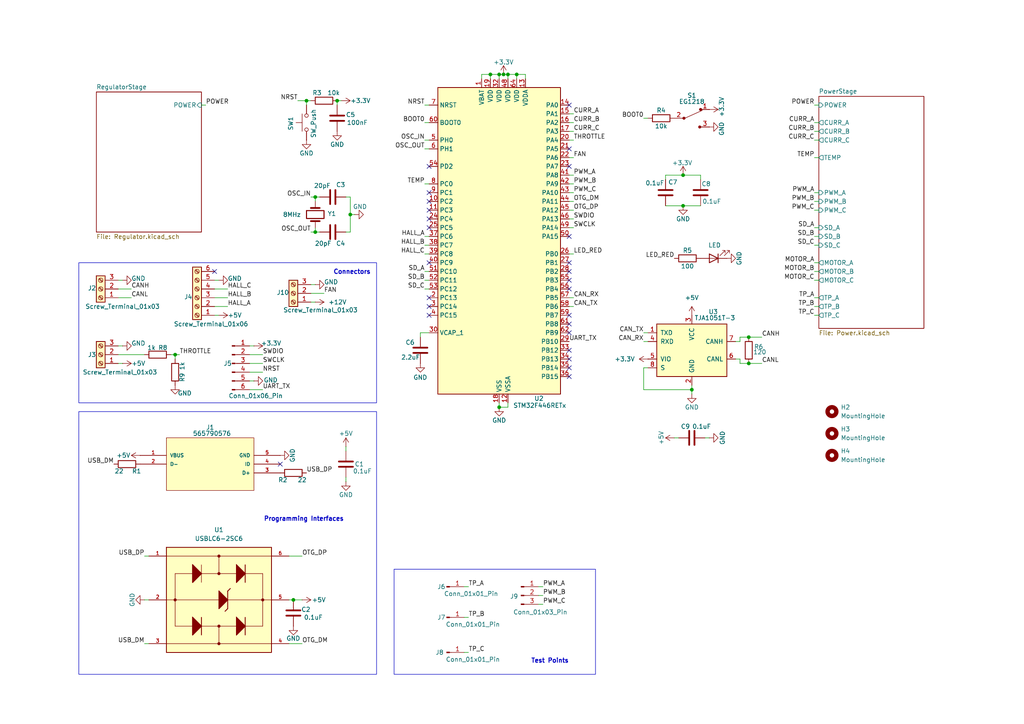
<source format=kicad_sch>
(kicad_sch (version 20231120) (generator "eeschema") (generator_version "8.0")
  (paper "A4")
  (title_block (title "BLDC Motor Driver") (date "2025-02-20") (rev "1"))
  (lib_symbols
    (symbol "565790576:565790576" (pin_names (offset 1.016))
      (property "Reference" "J" (at 15.5956 9.1186 0))
      (property "Value" "565790576" (at 14.9606 6.5786 0))
      (symbol "565790576_0_0"
        (pin power_in line (at 0 0 0) (length 7.62) (name "VBUS") (number "1"))
        (pin bidirectional line (at 0 -2.54 0) (length 7.62) (name "D-") (number "2"))
        (pin bidirectional line (at 40.64 -5.08 180) (length 7.62) (name "D+") (number "3"))
        (pin bidirectional line (at 40.64 -2.54 180) (length 7.62) (name "ID") (number "4"))
        (pin passive line (at 40.64 0 180) (length 7.62) (name "GND") (number "5"))
      )
    )
    (symbol "Connector:Conn_01x01_Pin" (pin_names (offset 1.016) hide)
      (property "Reference" "J" (at 0 2.54 0))
      (property "Value" "Conn_01x01_Pin" (at 0 -2.54 0))
      (symbol "Conn_01x01_Pin_1_1"
        (pin passive line (at 5.08 0 180) (length 3.81) (name "Pin_1") (number "1"))
      )
    )
    (symbol "Connector:Conn_01x03_Pin" (pin_names (offset 1.016) hide)
      (property "Reference" "J" (at 0 5.08 0))
      (property "Value" "Conn_01x03_Pin" (at 0 -5.08 0))
      (symbol "Conn_01x03_Pin_1_1"
        (pin passive line (at 5.08 2.54 180) (length 3.81) (name "Pin_1") (number "1"))
        (pin passive line (at 5.08 0 180) (length 3.81) (name "Pin_2") (number "2"))
        (pin passive line (at 5.08 -2.54 180) (length 3.81) (name "Pin_3") (number "3"))
      )
    )
    (symbol "Connector:Conn_01x06_Pin" (pin_names (offset 1.016) hide)
      (property "Reference" "J" (at 0 7.62 0))
      (property "Value" "Conn_01x06_Pin" (at 0 -10.16 0))
      (symbol "Conn_01x06_Pin_1_1"
        (pin passive line (at 5.08 5.08 180) (length 3.81) (name "Pin_1") (number "1"))
        (pin passive line (at 5.08 2.54 180) (length 3.81) (name "Pin_2") (number "2"))
        (pin passive line (at 5.08 0 180) (length 3.81) (name "Pin_3") (number "3"))
        (pin passive line (at 5.08 -2.54 180) (length 3.81) (name "Pin_4") (number "4"))
        (pin passive line (at 5.08 -5.08 180) (length 3.81) (name "Pin_5") (number "5"))
        (pin passive line (at 5.08 -7.62 180) (length 3.81) (name "Pin_6") (number "6"))
      )
    )
    (symbol "Connector:Screw_Terminal_01x03" (pin_names (offset 1.016) hide)
      (property "Reference" "J" (at 0 5.08 0))
      (property "Value" "Screw_Terminal_01x03" (at 0 -5.08 0))
      (symbol "Screw_Terminal_01x03_1_1"
        (pin passive line (at -5.08 2.54 0) (length 3.81) (name "Pin_1") (number "1"))
        (pin passive line (at -5.08 0 0) (length 3.81) (name "Pin_2") (number "2"))
        (pin passive line (at -5.08 -2.54 0) (length 3.81) (name "Pin_3") (number "3"))
      )
    )
    (symbol "Connector:Screw_Terminal_01x06" (pin_names (offset 1.016) hide)
      (property "Reference" "J" (at 0 7.62 0))
      (property "Value" "Screw_Terminal_01x06" (at 0 -10.16 0))
      (symbol "Screw_Terminal_01x06_1_1"
        (pin passive line (at -5.08 5.08 0) (length 3.81) (name "Pin_1") (number "1"))
        (pin passive line (at -5.08 2.54 0) (length 3.81) (name "Pin_2") (number "2"))
        (pin passive line (at -5.08 0 0) (length 3.81) (name "Pin_3") (number "3"))
        (pin passive line (at -5.08 -2.54 0) (length 3.81) (name "Pin_4") (number "4"))
        (pin passive line (at -5.08 -5.08 0) (length 3.81) (name "Pin_5") (number "5"))
        (pin passive line (at -5.08 -7.62 0) (length 3.81) (name "Pin_6") (number "6"))
      )
    )
    (symbol "Device:C" (pin_numbers hide) (pin_names (offset 0.254))
      (property "Reference" "C" (at 0.635 2.54 0))
      (property "Value" "C" (at 0.635 -2.54 0))
      (symbol "C_1_1"
        (pin passive line (at 0 3.81 270) (length 2.794) (name "~") (number "1"))
        (pin passive line (at 0 -3.81 90) (length 2.794) (name "~") (number "2"))
      )
    )
    (symbol "Device:Crystal" (pin_numbers hide) (pin_names (offset 1.016) hide)
      (property "Reference" "Y" (at 0 3.81 0))
      (property "Value" "Crystal" (at 0 -3.81 0))
      (symbol "Crystal_1_1"
        (pin passive line (at -3.81 0 0) (length 1.27) (name "1") (number "1"))
        (pin passive line (at 3.81 0 180) (length 1.27) (name "2") (number "2"))
      )
    )
    (symbol "Device:LED" (pin_numbers hide) (pin_names (offset 1.016) hide)
      (property "Reference" "D" (at 0 2.54 0))
      (property "Value" "LED" (at 0 -2.54 0))
      (symbol "LED_1_1"
        (pin passive line (at -3.81 0 0) (length 2.54) (name "K") (number "1"))
        (pin passive line (at 3.81 0 180) (length 2.54) (name "A") (number "2"))
      )
    )
    (symbol "Device:R" (pin_numbers hide) (pin_names (offset 0))
      (property "Reference" "R" (at 2.032 0 90))
      (property "Value" "R" (at 0 0 90))
      (symbol "R_1_1"
        (pin passive line (at 0 3.81 270) (length 1.27) (name "~") (number "1"))
        (pin passive line (at 0 -3.81 90) (length 1.27) (name "~") (number "2"))
      )
    )
    (symbol "Interface_CAN_LIN:TJA1051T-3" (pin_names (offset 1.016))
      (property "Reference" "U" (at -10.16 8.89 0))
      (property "Value" "TJA1051T-3" (at 1.27 8.89 0))
      (symbol "TJA1051T-3_1_1"
        (pin input line (at -12.7 5.08 0) (length 2.54) (name "TXD") (number "1"))
        (pin power_in line (at 0 -10.16 90) (length 2.54) (name "GND") (number "2"))
        (pin power_in line (at 0 10.16 270) (length 2.54) (name "VCC") (number "3"))
        (pin output line (at -12.7 2.54 0) (length 2.54) (name "RXD") (number "4"))
        (pin power_in line (at -12.7 -2.54 0) (length 2.54) (name "VIO") (number "5"))
        (pin bidirectional line (at 12.7 -2.54 180) (length 2.54) (name "CANL") (number "6"))
        (pin bidirectional line (at 12.7 2.54 180) (length 2.54) (name "CANH") (number "7"))
        (pin input line (at -12.7 -5.08 0) (length 2.54) (name "S") (number "8"))
      )
    )
    (symbol "MCU_ST_STM32F4:STM32F446RETx"
      (property "Reference" "U" (at -17.78 46.99 0))
      (property "Value" "STM32F446RETx" (at 10.16 46.99 0))
      (symbol "STM32F446RETx_1_1"
        (pin power_in line (at -5.08 48.26 270) (length 2.54) (name "VBAT") (number "1"))
        (pin bidirectional line (at -20.32 12.7 0) (length 2.54) (name "PC2") (number "10") (alternate "" input line))
        (pin bidirectional line (at -20.32 10.16 0) (length 2.54) (name "PC3") (number "11") (alternate "" input line))
        (pin power_in line (at 2.54 -45.72 90) (length 2.54) (name "VSSA") (number "12"))
        (pin power_in line (at 7.62 48.26 270) (length 2.54) (name "VDDA") (number "13"))
        (pin bidirectional line (at 20.32 40.64 180) (length 2.54) (name "PA0") (number "14"))
        (pin bidirectional line (at 20.32 38.1 180) (length 2.54) (name "PA1") (number "15") (alternate "" input line))
        (pin bidirectional line (at 20.32 35.56 180) (length 2.54) (name "PA2") (number "16") (alternate "" input line))
        (pin bidirectional line (at 20.32 33.02 180) (length 2.54) (name "PA3") (number "17") (alternate "" input line))
        (pin power_in line (at 0 -45.72 90) (length 2.54) (name "VSS") (number "18"))
        (pin power_in line (at -2.54 48.26 270) (length 2.54) (name "VDD") (number "19"))
        (pin bidirectional line (at -20.32 -15.24 0) (length 2.54) (name "PC13") (number "2"))
        (pin bidirectional line (at 20.32 30.48 180) (length 2.54) (name "PA4") (number "20") (alternate "" input line))
        (pin bidirectional line (at 20.32 27.94 180) (length 2.54) (name "PA5") (number "21") (alternate "" input line))
        (pin bidirectional line (at 20.32 25.4 180) (length 2.54) (name "PA6") (number "22") (alternate "" input line))
        (pin bidirectional line (at 20.32 22.86 180) (length 2.54) (name "PA7") (number "23") (alternate "" input line))
        (pin bidirectional line (at -20.32 7.62 0) (length 2.54) (name "PC4") (number "24"))
        (pin bidirectional line (at -20.32 5.08 0) (length 2.54) (name "PC5") (number "25"))
        (pin bidirectional line (at 20.32 -2.54 180) (length 2.54) (name "PB0") (number "26"))
        (pin bidirectional line (at 20.32 -5.08 180) (length 2.54) (name "PB1") (number "27"))
        (pin bidirectional line (at 20.32 -7.62 180) (length 2.54) (name "PB2") (number "28"))
        (pin bidirectional line (at 20.32 -27.94 180) (length 2.54) (name "PB10") (number "29") (alternate "" input line))
        (pin bidirectional line (at -20.32 -17.78 0) (length 2.54) (name "PC14") (number "3") (alternate "" input line))
        (pin power_out line (at -20.32 -25.4 0) (length 2.54) (name "VCAP_1") (number "30"))
        (pin passive line (at 0 -45.72 90) (length 2.54) hide (name "VSS") (number "31"))
        (pin power_in line (at 0 48.26 270) (length 2.54) (name "VDD") (number "32"))
        (pin bidirectional line (at 20.32 -30.48 180) (length 2.54) (name "PB12") (number "33"))
        (pin bidirectional line (at 20.32 -33.02 180) (length 2.54) (name "PB13") (number "34"))
        (pin bidirectional line (at 20.32 -35.56 180) (length 2.54) (name "PB14") (number "35"))
        (pin bidirectional line (at 20.32 -38.1 180) (length 2.54) (name "PB15") (number "36"))
        (pin bidirectional line (at -20.32 2.54 0) (length 2.54) (name "PC6") (number "37"))
        (pin bidirectional line (at -20.32 0 0) (length 2.54) (name "PC7") (number "38"))
        (pin bidirectional line (at -20.32 -2.54 0) (length 2.54) (name "PC8") (number "39"))
        (pin bidirectional line (at -20.32 -20.32 0) (length 2.54) (name "PC15") (number "4") (alternate "" input line))
        (pin bidirectional line (at -20.32 -5.08 0) (length 2.54) (name "PC9") (number "40"))
        (pin bidirectional line (at 20.32 20.32 180) (length 2.54) (name "PA8") (number "41") (alternate "" input line))
        (pin bidirectional line (at 20.32 17.78 180) (length 2.54) (name "PA9") (number "42") (alternate "" input line))
        (pin bidirectional line (at 20.32 15.24 180) (length 2.54) (name "PA10") (number "43") (alternate "" input line))
        (pin bidirectional line (at 20.32 12.7 180) (length 2.54) (name "PA11") (number "44") (alternate "" input line))
        (pin bidirectional line (at 20.32 10.16 180) (length 2.54) (name "PA12") (number "45") (alternate "" input line))
        (pin bidirectional line (at 20.32 7.62 180) (length 2.54) (name "PA13") (number "46") (alternate "" input line))
        (pin passive line (at 0 -45.72 90) (length 2.54) hide (name "VSS") (number "47"))
        (pin power_in line (at 2.54 48.26 270) (length 2.54) (name "VDD") (number "48"))
        (pin bidirectional line (at 20.32 5.08 180) (length 2.54) (name "PA14") (number "49") (alternate "" input line))
        (pin bidirectional line (at -20.32 30.48 0) (length 2.54) (name "PH0") (number "5") (alternate "" input line))
        (pin bidirectional line (at 20.32 2.54 180) (length 2.54) (name "PA15") (number "50"))
        (pin bidirectional line (at -20.32 -7.62 0) (length 2.54) (name "PC10") (number "51"))
        (pin bidirectional line (at -20.32 -10.16 0) (length 2.54) (name "PC11") (number "52"))
        (pin bidirectional line (at -20.32 -12.7 0) (length 2.54) (name "PC12") (number "53"))
        (pin bidirectional line (at -20.32 22.86 0) (length 2.54) (name "PD2") (number "54"))
        (pin bidirectional line (at 20.32 -10.16 180) (length 2.54) (name "PB3") (number "55"))
        (pin bidirectional line (at 20.32 -12.7 180) (length 2.54) (name "PB4") (number "56"))
        (pin bidirectional line (at 20.32 -15.24 180) (length 2.54) (name "PB5") (number "57") (alternate "" input line))
        (pin bidirectional line (at 20.32 -17.78 180) (length 2.54) (name "PB6") (number "58") (alternate "" input line))
        (pin bidirectional line (at 20.32 -20.32 180) (length 2.54) (name "PB7") (number "59"))
        (pin bidirectional line (at -20.32 27.94 0) (length 2.54) (name "PH1") (number "6") (alternate "" input line))
        (pin input line (at -20.32 35.56 0) (length 2.54) (name "BOOT0") (number "60"))
        (pin bidirectional line (at 20.32 -22.86 180) (length 2.54) (name "PB8") (number "61"))
        (pin bidirectional line (at 20.32 -25.4 180) (length 2.54) (name "PB9") (number "62"))
        (pin passive line (at 0 -45.72 90) (length 2.54) hide (name "VSS") (number "63"))
        (pin power_in line (at 5.08 48.26 270) (length 2.54) (name "VDD") (number "64"))
        (pin input line (at -20.32 40.64 0) (length 2.54) (name "NRST") (number "7"))
        (pin bidirectional line (at -20.32 17.78 0) (length 2.54) (name "PC0") (number "8") (alternate "" input line))
        (pin bidirectional line (at -20.32 15.24 0) (length 2.54) (name "PC1") (number "9") (alternate "" input line))
      )
    )
    (symbol "Mechanical:MountingHole" (pin_names (offset 1.016)) (exclude_from_sim yes) (in_bom no)
      (property "Reference" "H" (at 0 5.08 0))
      (property "Value" "MountingHole" (at 0 3.175 0))
    )
    (symbol "Switch:SW_Push" (pin_numbers hide) (pin_names (offset 1.016) hide)
      (property "Reference" "SW" (at 1.27 2.54 0))
      (property "Value" "SW_Push" (at 0 -1.524 0))
      (symbol "SW_Push_0_1"
        (pin passive line (at -5.08 0 0) (length 2.54) (name "1") (number "1"))
        (pin passive line (at 5.08 0 180) (length 2.54) (name "2") (number "2"))
      )
    )
    (symbol "USBLC6-2SC6_SnapEDA:USBLC6-2SC6" (pin_names (offset 1.016))
      (property "Reference" "U" (at -15.2693 17.8093 0))
      (property "Value" "USBLC6-2SC6" (at -15.2559 -17.7959 0))
      (symbol "USBLC6-2SC6_0_0"
        (pin bidirectional line (at -20.32 12.7 0) (length 5.08) (name "~") (number "1"))
        (pin power_in line (at -20.32 0 0) (length 5.08) (name "~") (number "2"))
        (pin bidirectional line (at -20.32 -12.7 0) (length 5.08) (name "~") (number "3"))
        (pin bidirectional line (at 20.32 -12.7 180) (length 5.08) (name "~") (number "4"))
        (pin power_in line (at 20.32 0 180) (length 5.08) (name "~") (number "5"))
        (pin bidirectional line (at 20.32 12.7 180) (length 5.08) (name "~") (number "6"))
      )
    )
    (symbol "dk_Slide-Switches:EG1218" (pin_names (offset 0))
      (property "Reference" "S" (at -3.81 2.286 0))
      (property "Value" "EG1218" (at 0 -5.334 0))
      (symbol "EG1218_1_1"
        (pin passive line (at 5.08 2.54 180) (length 2.54) (name "~") (number "1"))
        (pin passive line (at -5.08 0 0) (length 2.54) (name "~") (number "2"))
        (pin passive line (at 5.08 -2.54 180) (length 2.54) (name "~") (number "3"))
      )
    )
    (symbol "power:+12V" (power) (pin_numbers hide) (pin_names (offset 0) hide)
      (property "Value" "+12V" (at 0 3.556 0))
      (symbol "+12V_1_1"
        (pin power_in line (at 0 0 90) (length 0) (name "~") (number "1"))
      )
    )
    (symbol "power:+3.3V" (power) (pin_numbers hide) (pin_names (offset 0) hide)
      (property "Value" "+3.3V" (at 0 3.556 0))
      (symbol "+3.3V_1_1"
        (pin power_in line (at 0 0 90) (length 0) (name "~") (number "1"))
      )
    )
    (symbol "power:+5V" (power) (pin_numbers hide) (pin_names (offset 0) hide)
      (property "Value" "+5V" (at 0 3.556 0))
      (symbol "+5V_1_1"
        (pin power_in line (at 0 0 90) (length 0) (name "~") (number "1"))
      )
    )
    (symbol "power:GND" (power) (pin_numbers hide) (pin_names (offset 0) hide)
      (property "Value" "GND" (at 0 -3.81 0))
      (symbol "GND_1_1"
        (pin power_in line (at 0 0 270) (length 0) (name "~") (number "1"))
      )
    )
  )
  (junction (at 50.8 102.87))
  (junction (at 149.86 21.59))
  (junction (at 198.12 50.8))
  (junction (at 91.44 57.15))
  (junction (at 88.9 29.21))
  (junction (at 146.05 21.59))
  (junction (at 198.12 59.69))
  (junction (at 91.44 67.31))
  (junction (at 97.79 29.21))
  (junction (at 217.17 97.79))
  (junction (at 217.17 105.41))
  (junction (at 101.6 62.23))
  (junction (at 144.78 118.11))
  (junction (at 142.24 21.59))
  (junction (at 144.78 21.59))
  (junction (at 200.66 113.03))
  (junction (at 85.09 173.99))
  (junction (at 147.32 21.59))
  (no_connect (at 81.28 134.62))
  (no_connect (at 124.46 88.9))
  (no_connect (at 124.46 55.88))
  (no_connect (at 62.23 78.74))
  (no_connect (at 165.1 93.98))
  (no_connect (at 165.1 68.58))
  (no_connect (at 165.1 76.2))
  (no_connect (at 124.46 66.04))
  (no_connect (at 124.46 48.26))
  (no_connect (at 165.1 106.68))
  (no_connect (at 165.1 81.28))
  (no_connect (at 124.46 60.96))
  (no_connect (at 124.46 58.42))
  (no_connect (at 165.1 30.48))
  (no_connect (at 165.1 104.14))
  (no_connect (at 165.1 91.44))
  (no_connect (at 165.1 83.82))
  (no_connect (at 165.1 109.22))
  (no_connect (at 124.46 76.2))
  (no_connect (at 165.1 101.6))
  (no_connect (at 124.46 63.5))
  (no_connect (at 165.1 96.52))
  (no_connect (at 165.1 43.18))
  (no_connect (at 124.46 86.36))
  (no_connect (at 165.1 78.74))
  (no_connect (at 165.1 48.26))
  (no_connect (at 124.46 91.44))
  (wire (pts (xy 165.1 58.42) (xy 166.37 58.42)))
  (wire (pts (xy 217.17 97.79) (xy 220.98 97.79)))
  (wire (pts (xy 91.44 57.15) (xy 90.17 57.15)))
  (wire (pts (xy 187.96 106.68) (xy 186.69 106.68)))
  (wire (pts (xy 100.33 129.54) (xy 100.33 130.81)))
  (wire (pts (xy 90.17 87.63) (xy 91.44 87.63)))
  (wire (pts (xy 205.74 127) (xy 204.47 127)))
  (wire (pts (xy 214.63 104.14) (xy 213.36 104.14)))
  (wire (pts (xy 214.63 97.79) (xy 214.63 99.06)))
  (wire (pts (xy 186.69 34.29) (xy 187.96 34.29)))
  (wire (pts (xy 237.49 30.48) (xy 236.22 30.48)))
  (wire (pts (xy 134.62 179.07) (xy 135.89 179.07)))
  (wire (pts (xy 134.62 170.18) (xy 135.89 170.18)))
  (wire (pts (xy 123.19 71.12) (xy 124.46 71.12)))
  (wire (pts (xy 62.23 83.82) (xy 66.04 83.82)))
  (wire (pts (xy 121.92 96.52) (xy 121.92 97.79)))
  (wire (pts (xy 100.33 67.31) (xy 101.6 67.31)))
  (wire (pts (xy 200.66 113.03) (xy 200.66 114.3)))
  (wire (pts (xy 90.17 85.09) (xy 93.98 85.09)))
  (wire (pts (xy 203.2 52.07) (xy 203.2 50.8)))
  (wire (pts (xy 165.1 88.9) (xy 166.37 88.9)))
  (wire (pts (xy 97.79 29.21) (xy 97.79 30.48)))
  (wire (pts (xy 59.69 30.48) (xy 58.42 30.48)))
  (wire (pts (xy 165.1 60.96) (xy 166.37 60.96)))
  (wire (pts (xy 91.44 66.04) (xy 91.44 67.31)))
  (wire (pts (xy 62.23 86.36) (xy 66.04 86.36)))
  (wire (pts (xy 41.91 161.29) (xy 43.18 161.29)))
  (wire (pts (xy 100.33 57.15) (xy 101.6 57.15)))
  (wire (pts (xy 123.19 35.56) (xy 124.46 35.56)))
  (wire (pts (xy 123.19 53.34) (xy 124.46 53.34)))
  (wire (pts (xy 156.21 175.26) (xy 157.48 175.26)))
  (wire (pts (xy 166.37 33.02) (xy 165.1 33.02)))
  (wire (pts (xy 134.62 189.23) (xy 135.89 189.23)))
  (wire (pts (xy 88.9 29.21) (xy 88.9 30.48)))
  (wire (pts (xy 34.29 102.87) (xy 41.91 102.87)))
  (wire (pts (xy 186.69 106.68) (xy 186.69 113.03)))
  (wire (pts (xy 144.78 116.84) (xy 144.78 118.11)))
  (wire (pts (xy 166.37 38.1) (xy 165.1 38.1)))
  (wire (pts (xy 236.22 40.64) (xy 237.49 40.64)))
  (wire (pts (xy 83.82 173.99) (xy 85.09 173.99)))
  (wire (pts (xy 91.44 58.42) (xy 91.44 57.15)))
  (wire (pts (xy 147.32 116.84) (xy 147.32 118.11)))
  (wire (pts (xy 73.66 100.33) (xy 72.39 100.33)))
  (wire (pts (xy 147.32 21.59) (xy 149.86 21.59)))
  (wire (pts (xy 50.8 102.87) (xy 52.07 102.87)))
  (wire (pts (xy 236.22 71.12) (xy 237.49 71.12)))
  (wire (pts (xy 34.29 105.41) (xy 35.56 105.41)))
  (wire (pts (xy 152.4 21.59) (xy 152.4 22.86)))
  (wire (pts (xy 236.22 38.1) (xy 237.49 38.1)))
  (wire (pts (xy 123.19 30.48) (xy 124.46 30.48)))
  (wire (pts (xy 198.12 50.8) (xy 203.2 50.8)))
  (wire (pts (xy 236.22 55.88) (xy 237.49 55.88)))
  (wire (pts (xy 123.19 68.58) (xy 124.46 68.58)))
  (wire (pts (xy 41.91 173.99) (xy 43.18 173.99)))
  (wire (pts (xy 165.1 55.88) (xy 166.37 55.88)))
  (wire (pts (xy 35.56 81.28) (xy 34.29 81.28)))
  (wire (pts (xy 236.22 78.74) (xy 237.49 78.74)))
  (wire (pts (xy 146.05 21.59) (xy 147.32 21.59)))
  (wire (pts (xy 76.2 105.41) (xy 72.39 105.41)))
  (wire (pts (xy 166.37 35.56) (xy 165.1 35.56)))
  (wire (pts (xy 165.1 86.36) (xy 166.37 86.36)))
  (wire (pts (xy 236.22 81.28) (xy 237.49 81.28)))
  (wire (pts (xy 236.22 76.2) (xy 237.49 76.2)))
  (wire (pts (xy 149.86 21.59) (xy 152.4 21.59)))
  (wire (pts (xy 165.1 45.72) (xy 166.37 45.72)))
  (wire (pts (xy 147.32 118.11) (xy 144.78 118.11)))
  (wire (pts (xy 34.29 100.33) (xy 35.56 100.33)))
  (wire (pts (xy 193.04 52.07) (xy 193.04 50.8)))
  (wire (pts (xy 101.6 57.15) (xy 101.6 62.23)))
  (wire (pts (xy 142.24 21.59) (xy 142.24 22.86)))
  (wire (pts (xy 90.17 82.55) (xy 91.44 82.55)))
  (wire (pts (xy 38.1 83.82) (xy 34.29 83.82)))
  (wire (pts (xy 186.69 96.52) (xy 187.96 96.52)))
  (wire (pts (xy 236.22 68.58) (xy 237.49 68.58)))
  (wire (pts (xy 123.19 78.74) (xy 124.46 78.74)))
  (wire (pts (xy 38.1 86.36) (xy 34.29 86.36)))
  (wire (pts (xy 83.82 186.69) (xy 87.63 186.69)))
  (wire (pts (xy 193.04 59.69) (xy 198.12 59.69)))
  (wire (pts (xy 166.37 40.64) (xy 165.1 40.64)))
  (wire (pts (xy 142.24 21.59) (xy 144.78 21.59)))
  (wire (pts (xy 76.2 107.95) (xy 72.39 107.95)))
  (wire (pts (xy 186.69 113.03) (xy 200.66 113.03)))
  (wire (pts (xy 214.63 99.06) (xy 213.36 99.06)))
  (wire (pts (xy 165.1 63.5) (xy 166.37 63.5)))
  (wire (pts (xy 49.53 102.87) (xy 50.8 102.87)))
  (wire (pts (xy 217.17 105.41) (xy 220.98 105.41)))
  (wire (pts (xy 144.78 21.59) (xy 144.78 22.86)))
  (wire (pts (xy 99.06 29.21) (xy 97.79 29.21)))
  (wire (pts (xy 124.46 96.52) (xy 121.92 96.52)))
  (wire (pts (xy 90.17 29.21) (xy 88.9 29.21)))
  (wire (pts (xy 236.22 91.44) (xy 237.49 91.44)))
  (wire (pts (xy 236.22 58.42) (xy 237.49 58.42)))
  (wire (pts (xy 236.22 88.9) (xy 237.49 88.9)))
  (wire (pts (xy 236.22 35.56) (xy 237.49 35.56)))
  (wire (pts (xy 90.17 67.31) (xy 91.44 67.31)))
  (wire (pts (xy 41.91 186.69) (xy 43.18 186.69)))
  (wire (pts (xy 200.66 113.03) (xy 200.66 111.76)))
  (wire (pts (xy 198.12 59.69) (xy 203.2 59.69)))
  (wire (pts (xy 165.1 66.04) (xy 166.37 66.04)))
  (wire (pts (xy 73.66 110.49) (xy 72.39 110.49)))
  (wire (pts (xy 123.19 81.28) (xy 124.46 81.28)))
  (wire (pts (xy 186.69 99.06) (xy 187.96 99.06)))
  (wire (pts (xy 72.39 113.03) (xy 76.2 113.03)))
  (wire (pts (xy 156.21 172.72) (xy 157.48 172.72)))
  (wire (pts (xy 123.19 40.64) (xy 124.46 40.64)))
  (wire (pts (xy 236.22 45.72) (xy 237.49 45.72)))
  (wire (pts (xy 123.19 73.66) (xy 124.46 73.66)))
  (wire (pts (xy 214.63 105.41) (xy 214.63 104.14)))
  (wire (pts (xy 100.33 139.7) (xy 100.33 138.43)))
  (wire (pts (xy 165.1 50.8) (xy 166.37 50.8)))
  (wire (pts (xy 123.19 43.18) (xy 124.46 43.18)))
  (wire (pts (xy 102.87 62.23) (xy 101.6 62.23)))
  (wire (pts (xy 147.32 21.59) (xy 147.32 22.86)))
  (wire (pts (xy 123.19 83.82) (xy 124.46 83.82)))
  (wire (pts (xy 86.36 29.21) (xy 88.9 29.21)))
  (wire (pts (xy 195.58 127) (xy 196.85 127)))
  (wire (pts (xy 217.17 97.79) (xy 214.63 97.79)))
  (wire (pts (xy 91.44 67.31) (xy 92.71 67.31)))
  (wire (pts (xy 166.37 73.66) (xy 165.1 73.66)))
  (wire (pts (xy 217.17 105.41) (xy 214.63 105.41)))
  (wire (pts (xy 144.78 21.59) (xy 146.05 21.59)))
  (wire (pts (xy 101.6 67.31) (xy 101.6 62.23)))
  (wire (pts (xy 83.82 161.29) (xy 87.63 161.29)))
  (wire (pts (xy 62.23 88.9) (xy 66.04 88.9)))
  (wire (pts (xy 62.23 81.28) (xy 63.5 81.28)))
  (wire (pts (xy 165.1 53.34) (xy 166.37 53.34)))
  (wire (pts (xy 50.8 102.87) (xy 50.8 104.14)))
  (wire (pts (xy 149.86 21.59) (xy 149.86 22.86)))
  (wire (pts (xy 85.09 173.99) (xy 87.63 173.99)))
  (wire (pts (xy 139.7 22.86) (xy 139.7 21.59)))
  (wire (pts (xy 91.44 57.15) (xy 92.71 57.15)))
  (wire (pts (xy 62.23 91.44) (xy 63.5 91.44)))
  (wire (pts (xy 72.39 102.87) (xy 76.2 102.87)))
  (wire (pts (xy 236.22 66.04) (xy 237.49 66.04)))
  (wire (pts (xy 156.21 170.18) (xy 157.48 170.18)))
  (wire (pts (xy 236.22 86.36) (xy 237.49 86.36)))
  (wire (pts (xy 198.12 50.8) (xy 193.04 50.8)))
  (wire (pts (xy 139.7 21.59) (xy 142.24 21.59)))
  (wire (pts (xy 236.22 60.96) (xy 237.49 60.96)))
  (rectangle (start 22.86 76.2) (end 109.22 116.84))
  (rectangle (start 22.86 119.38) (end 109.22 195.58))
  (rectangle (start 114.3 165.1) (end 172.72 195.58))
  (text "Connectors\n" (at 102.108 78.994 0) (effects (font (size 1.27 1.27) (thickness 0.254) (bold yes))))
  (text "Test Points\n" (at 159.512 191.77 0) (effects (font (size 1.27 1.27) (thickness 0.254) (bold yes))))
  (text "Programming Interfaces" (at 88.138 150.622 0) (effects (font (size 1.27 1.27) (thickness 0.254) (bold yes))))
  (label "SWCLK" (at 166.37 66.04 0) (effects (font (thickness 0.1588))))
  (label "PWM_B" (at 166.37 53.34 0))
  (label "MOTOR_A" (at 236.22 76.2 180))
  (label "HALL_C" (at 66.04 83.82 0))
  (label "LED_RED" (at 166.37 73.66 0))
  (label "OSC_OUT" (at 90.17 67.31 180))
  (label "HALL_A" (at 123.19 68.58 180))
  (label "NRST" (at 76.2 107.95 0) (effects (font (thickness 0.1588))))
  (label "LED_RED" (at 195.58 74.93 180))
  (label "CURR_A" (at 166.37 33.02 0))
  (label "OSC_IN" (at 123.19 40.64 180))
  (label "USB_DP" (at 41.91 161.29 180))
  (label "OSC_OUT" (at 123.19 43.18 180))
  (label "HALL_B" (at 123.19 71.12 180))
  (label "TP_B" (at 135.89 179.07 0))
  (label "BOOT0" (at 186.69 34.29 180))
  (label "USB_DM" (at 41.91 186.69 180))
  (label "POWER" (at 236.22 30.48 180))
  (label "PWM_A" (at 236.22 55.88 180))
  (label "UART_TX" (at 76.2 113.03 0))
  (label "BOOT0" (at 123.19 35.56 180))
  (label "CANL" (at 38.1 86.36 0))
  (label "PWM_C" (at 166.37 55.88 0))
  (label "HALL_B" (at 66.04 86.36 0))
  (label "TP_A" (at 135.89 170.18 0))
  (label "CURR_B" (at 166.37 35.56 0))
  (label "PWM_B" (at 157.48 172.72 0))
  (label "SD_C" (at 123.19 83.82 180))
  (label "SD_B" (at 236.22 68.58 180))
  (label "TEMP" (at 123.19 53.34 180))
  (label "TP_B" (at 236.22 88.9 180))
  (label "PWM_B" (at 236.22 58.42 180))
  (label "OTG_DM" (at 87.63 186.69 0))
  (label "TP_A" (at 236.22 86.36 180))
  (label "TEMP" (at 236.22 45.72 180))
  (label "PWM_C" (at 236.22 60.96 180))
  (label "OTG_DP" (at 166.37 60.96 0))
  (label "SWCLK" (at 76.2 105.41 0) (effects (font (thickness 0.1588))))
  (label "USB_DM" (at 33.02 134.62 180))
  (label "TP_C" (at 135.89 189.23 0))
  (label "CAN_RX" (at 166.37 86.36 0))
  (label "CAN_TX" (at 166.37 88.9 0))
  (label "FAN" (at 93.98 85.09 0))
  (label "CURR_B" (at 236.22 38.1 180))
  (label "CAN_TX" (at 186.69 96.52 180))
  (label "TP_C" (at 236.22 91.44 180))
  (label "CURR_A" (at 236.22 35.56 180))
  (label "CURR_C" (at 236.22 40.64 180))
  (label "THROTTLE" (at 166.37 40.64 0))
  (label "MOTOR_C" (at 236.22 81.28 180))
  (label "CANH" (at 38.1 83.82 0))
  (label "OTG_DP" (at 87.63 161.29 0))
  (label "OSC_IN" (at 90.17 57.15 180))
  (label "SD_C" (at 236.22 71.12 180))
  (label "CURR_C" (at 166.37 38.1 0))
  (label "HALL_A" (at 66.04 88.9 0))
  (label "PWM_A" (at 166.37 50.8 0))
  (label "SD_A" (at 123.19 78.74 180))
  (label "PWM_A" (at 157.48 170.18 0))
  (label "SD_A" (at 236.22 66.04 180))
  (label "USB_DP" (at 88.9 137.16 0))
  (label "CANL" (at 220.98 105.41 0))
  (label "SD_B" (at 123.19 81.28 180))
  (label "FAN" (at 166.37 45.72 0))
  (label "CAN_RX" (at 186.69 99.06 180))
  (label "NRST" (at 123.19 30.48 180))
  (label "HALL_C" (at 123.19 73.66 180))
  (label "MOTOR_B" (at 236.22 78.74 180))
  (label "PWM_C" (at 157.48 175.26 0))
  (label "SWDIO" (at 166.37 63.5 0) (effects (font (thickness 0.1588))))
  (label "CANH" (at 220.98 97.79 0))
  (label "NRST" (at 86.36 29.21 180))
  (label "SWDIO" (at 76.2 102.87 0) (effects (font (thickness 0.1588))))
  (label "THROTTLE" (at 52.07 102.87 0))
  (label "UART_TX" (at 165.1 99.06 0))
  (label "POWER" (at 59.69 30.48 0))
  (label "OTG_DM" (at 166.37 58.42 0))
  (symbol (lib_id "power:GND") (at 91.44 82.55 90) (unit 1)
    (property "Reference" "#PWR35" (effects (hide yes)))
    (property "Value" "GND" (at 93.98 81.788 90) (effects (justify right)))
    (property "Description" "Power symbol creates a global label with name \"GND\" , ground" (effects (hide yes)))
  )
  (symbol (lib_id "Mechanical:MountingHole") (at 241.3 119.38 0) (unit 1) (exclude_from_sim yes) (in_bom no)
    (property "Reference" "H2" (at 243.84 118.1099 0) (effects (justify left)))
    (property "Value" "MountingHole" (at 243.84 120.6499 0) (effects (justify left)))
    (property "Footprint" "MountingHole:MountingHole_3.2mm_M3" (effects (hide yes)))
    (property "Description" "Mounting Hole without connection" (effects (hide yes)))
  )
  (symbol (lib_id "Device:C") (at 193.04 55.88 0) (unit 1)
    (property "Reference" "C7" (at 193.802 52.832 0) (effects (justify left)))
    (property "Value" "0.1uF" (at 187.198 53.086 0) (effects (justify left)))
    (property "Footprint" "Capacitor_SMD:C_0603_1608Metric" (effects (hide yes)))
    (property "Description" "Unpolarized capacitor" (effects (hide yes)))
  )
  (symbol (lib_id "power:+5V") (at 87.63 173.99 270) (unit 1)
    (property "Reference" "#PWR12" (effects (hide yes)))
    (property "Value" "+5V" (at 90.424 173.99 90) (effects (justify left)))
    (property "Description" "Power symbol creates a global label with name \"+5V\"" (effects (hide yes)))
  )
  (symbol (lib_id "Mechanical:MountingHole") (at 241.3 125.73 0) (unit 1) (exclude_from_sim yes) (in_bom no)
    (property "Reference" "H3" (at 243.84 124.4599 0) (effects (justify left)))
    (property "Value" "MountingHole" (at 243.84 126.9999 0) (effects (justify left)))
    (property "Footprint" "MountingHole:MountingHole_3.2mm_M3" (effects (hide yes)))
    (property "Description" "Mounting Hole without connection" (effects (hide yes)))
  )
  (symbol (lib_id "power:+3.3V") (at 73.66 100.33 270) (unit 1)
    (property "Reference" "#PWR14" (effects (hide yes)))
    (property "Value" "+3.3V" (at 75.692 99.568 90) (effects (justify left)))
    (property "Description" "Power symbol creates a global label with name \"+3.3V\"" (effects (hide yes)))
  )
  (symbol (lib_id "Connector:Conn_01x01_Pin") (at 129.54 170.18 0) (unit 1)
    (property "Reference" "J6" (at 128.016 170.18 0))
    (property "Value" "Conn_01x01_Pin" (at 136.652 172.212 0))
    (property "Footprint" "Connector_PinHeader_2.54mm:PinHeader_1x01_P2.54mm_Vertical" (effects (hide yes)))
    (property "Description" "Generic connector, single row, 01x01, script generated" (effects (hide yes)))
  )
  (symbol (lib_id "USBLC6-2SC6_SnapEDA:USBLC6-2SC6") (at 63.5 173.99 0) (unit 1)
    (property "Reference" "U1" (at 63.5 153.67 0))
    (property "Value" "USBLC6-2SC6" (at 63.5 156.21 0))
    (property "Footprint" "USBLC6-2SC6:SOT95P280X145-6N" (effects (hide yes)))
    (property "MF" "STMicroelectronics" (effects (hide yes)))
    (property "PURCHASE-URL" "https://pricing.snapeda.com/search/part/USBLC6-2SC6/?ref=eda" (effects (hide yes)))
    (property "PACKAGE" "SOT-23-6 STMicroelectronics" (effects (hide yes)))
    (property "PRICE" "None" (effects (hide yes)))
    (property "Package" "SOT-23-6 STMicroelectronics" (effects (hide yes)))
    (property "Check_prices" "https://www.snapeda.com/parts/USBLC6-2SC6/STMicroelectronics/view-part/?ref=eda" (effects (hide yes)))
    (property "Price" "None" (effects (hide yes)))
    (property "SnapEDA_Link" "https://www.snapeda.com/parts/USBLC6-2SC6/STMicroelectronics/view-part/?ref=snap" (effects (hide yes)))
    (property "MP" "USBLC6-2SC6" (effects (hide yes)))
    (property "Description_1" "\n                        \n                            17V Clamp 5A (8/20µs) Ipp Tvs Diode Surface Mount SOT-23-6\n                        \n" (effects (hide yes)))
    (property "Availability" "In Stock" (effects (hide yes)))
    (property "AVAILABILITY" "In Stock" (effects (hide yes)))
    (property "DESCRIPTION" "17V Clamp 5A (8/20µs) Ipp Tvs Diode Surface Mount SOT-23-6" (effects (hide yes)))
  )
  (symbol (lib_id "Device:R") (at 85.09 137.16 90) (unit 1)
    (property "Reference" "R2" (at 82.042 139.192 90))
    (property "Value" "22" (at 87.63 139.192 90))
    (property "Footprint" "Resistor_SMD:R_0603_1608Metric" (effects (hide yes)))
    (property "Description" "Resistor" (effects (hide yes)))
  )
  (symbol (lib_id "Connector:Conn_01x01_Pin") (at 129.54 179.07 0) (unit 1)
    (property "Reference" "J7" (at 128.016 179.07 0))
    (property "Value" "Conn_01x01_Pin" (at 137.16 181.102 0))
    (property "Footprint" "Connector_PinHeader_2.54mm:PinHeader_1x01_P2.54mm_Vertical" (effects (hide yes)))
    (property "Description" "Generic connector, single row, 01x01, script generated" (effects (hide yes)))
  )
  (symbol (lib_id "Mechanical:MountingHole") (at 241.3 132.08 0) (unit 1) (exclude_from_sim yes) (in_bom no)
    (property "Reference" "H4" (at 243.84 130.8099 0) (effects (justify left)))
    (property "Value" "MountingHole" (at 243.84 133.3499 0) (effects (justify left)))
    (property "Footprint" "MountingHole:MountingHole_3.2mm_M3" (effects (hide yes)))
    (property "Description" "Mounting Hole without connection" (effects (hide yes)))
  )
  (symbol (lib_id "power:GND") (at 100.33 139.7 0) (unit 1)
    (property "Reference" "#PWR10" (effects (hide yes)))
    (property "Value" "GND" (at 100.33 143.51 0))
    (property "Description" "Power symbol creates a global label with name \"GND\" , ground" (effects (hide yes)))
  )
  (symbol (lib_id "power:+5V") (at 63.5 91.44 270) (unit 1)
    (property "Reference" "#PWR8" (effects (hide yes)))
    (property "Value" "+5V" (at 66.04 91.44 90) (effects (justify left)))
    (property "Description" "Power symbol creates a global label with name \"+5V\"" (effects (hide yes)))
  )
  (symbol (lib_id "power:GND") (at 205.74 127 90) (unit 1)
    (property "Reference" "#PWR31" (effects (hide yes)))
    (property "Value" "GND" (at 209.55 127 0))
    (property "Description" "Power symbol creates a global label with name \"GND\" , ground" (effects (hide yes)))
  )
  (symbol (lib_id "Device:R") (at 50.8 107.95 0) (unit 1)
    (property "Reference" "R9" (at 52.832 109.474 90))
    (property "Value" "1k" (at 52.832 106.172 90))
    (property "Footprint" "Resistor_SMD:R_0603_1608Metric" (effects (hide yes)))
    (property "Description" "Resistor" (effects (hide yes)))
  )
  (symbol (lib_id "Device:C") (at 203.2 55.88 0) (unit 1)
    (property "Reference" "C8" (at 203.454 53.34 0) (effects (justify left)))
    (property "Value" "0.1uF" (at 203.708 58.42 0) (effects (justify left)))
    (property "Footprint" "Capacitor_SMD:C_0603_1608Metric" (effects (hide yes)))
    (property "Description" "Unpolarized capacitor" (effects (hide yes)))
  )
  (symbol (lib_id "Connector:Screw_Terminal_01x06") (at 57.15 86.36 180) (unit 1)
    (property "Reference" "J4" (at 54.61 86.106 0))
    (property "Value" "Screw_Terminal_01x06" (at 61.214 93.98 0))
    (property "Footprint" "TerminalBlock_Phoenix:TerminalBlock_Phoenix_MKDS-1,5-6-5.08_1x06_P5.08mm_Horizontal" (effects (hide yes)))
    (property "Description" "Generic screw terminal, single row, 01x06, script generated (kicad-library-utils/schlib/autogen/connector/)" (effects (hide yes)))
  )
  (symbol (lib_id "power:GND") (at 81.28 132.08 90) (unit 1)
    (property "Reference" "#PWR6" (effects (hide yes)))
    (property "Value" "GND" (at 84.836 130.048 0) (effects (justify right)))
    (property "Description" "Power symbol creates a global label with name \"GND\" , ground" (effects (hide yes)))
  )
  (symbol (lib_id "power:+3.3V") (at 187.96 104.14 90) (unit 1)
    (property "Reference" "#PWR22" (effects (hide yes)))
    (property "Value" "+3.3V" (at 184.15 104.1399 90) (effects (justify left)))
    (property "Description" "Power symbol creates a global label with name \"+3.3V\"" (effects (hide yes)))
  )
  (symbol (lib_id "power:GND") (at 144.78 118.11 0) (unit 1)
    (property "Reference" "#PWR20" (effects (hide yes)))
    (property "Value" "GND" (at 144.78 121.92 0))
    (property "Description" "Power symbol creates a global label with name \"GND\" , ground" (effects (hide yes)))
  )
  (symbol (lib_id "power:GND") (at 200.66 114.3 0) (unit 1)
    (property "Reference" "#PWR26" (effects (hide yes)))
    (property "Value" "GND" (at 200.66 118.11 0))
    (property "Description" "Power symbol creates a global label with name \"GND\" , ground" (effects (hide yes)))
  )
  (symbol (lib_id "Switch:SW_Push") (at 88.9 35.56 90) (unit 1)
    (property "Reference" "SW1" (at 84.328 35.814 0))
    (property "Value" "SW_Push" (at 90.932 35.814 0))
    (property "Footprint" "Button_Switch_SMD:SW_SPST_B3U-1000P" (effects (hide yes)))
    (property "Description" "Push button switch, generic, two pins" (effects (hide yes)))
  )
  (symbol (lib_id "power:GND") (at 205.74 36.83 90) (unit 1)
    (property "Reference" "#PWR28" (effects (hide yes)))
    (property "Value" "GND" (at 209.296 35.306 0) (effects (justify right)))
    (property "Description" "Power symbol creates a global label with name \"GND\" , ground" (effects (hide yes)))
  )
  (symbol (lib_id "power:GND") (at 85.09 181.61 0) (unit 1)
    (property "Reference" "#PWR11" (effects (hide yes)))
    (property "Value" "GND" (at 87.122 185.166 0) (effects (justify right)))
    (property "Description" "Power symbol creates a global label with name \"GND\" , ground" (effects (hide yes)))
  )
  (symbol (lib_id "Device:R") (at 199.39 74.93 270) (unit 1)
    (property "Reference" "R5" (at 199.39 72.644 90))
    (property "Value" "100" (at 199.39 77.216 90))
    (property "Footprint" "Resistor_SMD:R_0603_1608Metric" (effects (hide yes)))
    (property "Description" "Resistor" (effects (hide yes)))
  )
  (symbol (lib_id "Device:R") (at 36.83 134.62 90) (unit 1)
    (property "Reference" "R1" (at 39.624 136.652 90))
    (property "Value" "22" (at 34.544 136.652 90))
    (property "Footprint" "Resistor_SMD:R_0603_1608Metric" (effects (hide yes)))
    (property "Description" "Resistor" (effects (hide yes)))
  )
  (symbol (lib_id "Device:Crystal") (at 91.44 62.23 90) (unit 1)
    (property "Reference" "Y1" (at 94.996 61.976 90) (effects (justify right)))
    (property "Value" "8MHz" (at 82.042 62.23 90) (effects (justify right)))
    (property "Footprint" "Crystal:Crystal_SMD_5032-2Pin_5.0x3.2mm" (effects (hide yes)))
    (property "Description" "Two pin crystal" (effects (hide yes)))
  )
  (symbol (lib_id "Connector:Screw_Terminal_01x03") (at 29.21 83.82 180) (unit 1)
    (property "Reference" "J2" (at 26.67 83.566 0))
    (property "Value" "Screw_Terminal_01x03" (at 35.56 88.9 0))
    (property "Footprint" "TerminalBlock_Phoenix:TerminalBlock_Phoenix_MKDS-1,5-3-5.08_1x03_P5.08mm_Horizontal" (effects (hide yes)))
    (property "Description" "Generic screw terminal, single row, 01x03, script generated (kicad-library-utils/schlib/autogen/connector/)" (effects (hide yes)))
  )
  (symbol (lib_id "power:GND") (at 88.9 40.64 0) (unit 1)
    (property "Reference" "#PWR13" (effects (hide yes)))
    (property "Value" "GND" (at 88.9 44.45 0))
    (property "Description" "Power symbol creates a global label with name \"GND\" , ground" (effects (hide yes)))
  )
  (symbol (lib_id "dk_Slide-Switches:EG1218") (at 200.66 34.29 0) (unit 1)
    (property "Reference" "S1" (at 200.66 27.686 0))
    (property "Value" "EG1218" (at 200.66 29.464 0))
    (property "Footprint" "digikey-footprints:Switch_Slide_11.6x4mm_EG1218" (effects (hide yes)))
    (property "Datasheet" "http://spec_sheets.e-switch.com/specs/P040040.pdf" (effects (hide yes)))
    (property "Description" "SWITCH SLIDE SPDT 200MA 30V" (effects (hide yes)))
    (property "Digi-Key_PN" "EG1903-ND" (effects (hide yes)))
    (property "MPN" "EG1218" (effects (hide yes)))
    (property "Category" "Switches" (effects (hide yes)))
    (property "Family" "Slide Switches" (effects (hide yes)))
    (property "DK_Datasheet_Link" "http://spec_sheets.e-switch.com/specs/P040040.pdf" (effects (hide yes)))
    (property "DK_Detail_Page" "/product-detail/en/e-switch/EG1218/EG1903-ND/101726" (effects (hide yes)))
    (property "Description_1" "SWITCH SLIDE SPDT 200MA 30V" (effects (hide yes)))
    (property "Manufacturer" "E-Switch" (effects (hide yes)))
    (property "Status" "Active" (effects (hide yes)))
  )
  (symbol (lib_id "Device:C") (at 200.66 127 90) (unit 1)
    (property "Reference" "C9" (at 200.152 123.698 90) (effects (justify left)))
    (property "Value" "0.1uF" (at 206.248 123.698 90) (effects (justify left)))
    (property "Footprint" "Capacitor_SMD:C_0603_1608Metric" (effects (hide yes)))
    (property "Description" "Unpolarized capacitor" (effects (hide yes)))
  )
  (symbol (lib_id "Device:C") (at 96.52 67.31 90) (unit 1)
    (property "Reference" "C4" (at 98.806 70.612 90))
    (property "Value" "20pF" (at 93.726 70.612 90))
    (property "Footprint" "Capacitor_SMD:C_0603_1608Metric" (effects (hide yes)))
    (property "Description" "Unpolarized capacitor" (effects (hide yes)))
  )
  (symbol (lib_id "Connector:Conn_01x03_Pin") (at 151.13 172.72 0) (unit 1)
    (property "Reference" "J9" (at 149.098 172.974 0))
    (property "Value" "Conn_01x03_Pin" (at 156.718 177.546 0))
    (property "Footprint" "Connector_PinHeader_2.54mm:PinHeader_1x03_P2.54mm_Vertical" (effects (hide yes)))
    (property "Description" "Generic connector, single row, 01x03, script generated" (effects (hide yes)))
  )
  (symbol (lib_id "power:GND") (at 198.12 59.69 0) (unit 1)
    (property "Reference" "#PWR24" (effects (hide yes)))
    (property "Value" "GND" (at 198.12 63.5 0))
    (property "Description" "Power symbol creates a global label with name \"GND\" , ground" (effects (hide yes)))
  )
  (symbol (lib_id "power:+5V") (at 100.33 129.54 0) (unit 1)
    (property "Reference" "#PWR9" (effects (hide yes)))
    (property "Value" "+5V" (at 100.33 125.73 0))
    (property "Description" "Power symbol creates a global label with name \"+5V\"" (effects (hide yes)))
  )
  (symbol (lib_id "Connector:Screw_Terminal_01x03") (at 29.21 102.87 180) (unit 1)
    (property "Reference" "J3" (at 26.67 102.87 0))
    (property "Value" "Screw_Terminal_01x03" (at 34.798 107.95 0))
    (property "Footprint" "TerminalBlock_Phoenix:TerminalBlock_Phoenix_MKDS-1,5-3-5.08_1x03_P5.08mm_Horizontal" (effects (hide yes)))
    (property "Description" "Generic screw terminal, single row, 01x03, script generated (kicad-library-utils/schlib/autogen/connector/)" (effects (hide yes)))
  )
  (symbol (lib_id "Device:C") (at 121.92 101.6 0) (unit 1)
    (property "Reference" "C6" (at 117.602 99.314 0) (effects (justify left)))
    (property "Value" "2.2uF" (at 116.332 103.632 0) (effects (justify left)))
    (property "Footprint" "Capacitor_SMD:C_0805_2012Metric" (effects (hide yes)))
    (property "Description" "Unpolarized capacitor" (effects (hide yes)))
  )
  (symbol (lib_id "MCU_ST_STM32F4:STM32F446RETx") (at 144.78 71.12 0) (unit 1)
    (property "Reference" "U2" (at 154.94 115.57 0) (effects (justify left)))
    (property "Value" "STM32F446RETx" (at 148.844 117.602 0) (effects (justify left)))
    (property "Footprint" "Package_QFP:LQFP-64_10x10mm_P0.5mm" (effects (hide yes)))
    (property "Datasheet" "https://www.st.com/resource/en/datasheet/stm32f446re.pdf" (effects (hide yes)))
    (property "Description" "STMicroelectronics Arm Cortex-M4 MCU, 512KB flash, 128KB RAM, 180 MHz, 1.8-3.6V, 50 GPIO, LQFP64" (effects (hide yes)))
    (pin "10" (alternate "PC2(ADC1_IN12)"))
    (pin "29" (alternate "PB10(USART3_TX)"))
    (pin "58" (alternate "PB6(CAN2_TX)"))
    (pin "42" (alternate "PA9(TIM1_CH2)"))
    (pin "57" (alternate "PB5(CAN2_RX)"))
    (pin "17" (alternate "PA3(ADC1_IN3)"))
    (pin "16" (alternate "PA2(ADC1_IN2)"))
    (pin "46" (alternate "PA13((SWDIO))"))
    (pin "43" (alternate "PA10(TIM1_CH3)"))
    (pin "9" (alternate "PC1(ADC1_IN11)"))
    (pin "22" (alternate "PA6(TIM3_CH1)"))
    (pin "15" (alternate "PA1(ADC1_IN1)"))
    (pin "44" (alternate "PA11(OTG_DM)"))
    (pin "49" (alternate "PA14(SWCLK)"))
    (pin "5" (alternate "PH0(OSC_IN)"))
    (pin "6" (alternate "PH1(OSC_OUT)"))
    (pin "41" (alternate "PA8(TIM1_CH1)"))
    (pin "8" (alternate "PC0(ADC1_IN10)"))
    (pin "20" (alternate "PA4(ADC1_IN4)"))
    (pin "45" (alternate "PA12(OTG_DP)"))
  )
  (symbol (lib_id "Device:R") (at 191.77 34.29 270) (unit 1)
    (property "Reference" "R4" (at 191.77 32.004 90))
    (property "Value" "10k" (at 191.77 36.576 90))
    (property "Footprint" "Resistor_SMD:R_0603_1608Metric" (effects (hide yes)))
    (property "Description" "Resistor" (effects (hide yes)))
  )
  (symbol (lib_id "power:GND") (at 35.56 81.28 90) (unit 1)
    (property "Reference" "#PWR2" (effects (hide yes)))
    (property "Value" "GND" (at 38.1 80.772 90) (effects (justify right)))
    (property "Description" "Power symbol creates a global label with name \"GND\" , ground" (effects (hide yes)))
  )
  (symbol (lib_id "power:GND") (at 41.91 173.99 270) (unit 1)
    (property "Reference" "#PWR1" (effects (hide yes)))
    (property "Value" "GND" (at 38.354 176.022 0) (effects (justify right)))
    (property "Description" "Power symbol creates a global label with name \"GND\" , ground" (effects (hide yes)))
  )
  (symbol (lib_id "Device:C") (at 96.52 57.15 90) (unit 1)
    (property "Reference" "C3" (at 98.806 53.594 90))
    (property "Value" "20pF" (at 93.472 53.848 90))
    (property "Footprint" "Capacitor_SMD:C_0603_1608Metric" (effects (hide yes)))
    (property "Description" "Unpolarized capacitor" (effects (hide yes)))
  )
  (symbol (lib_id "Device:C") (at 85.09 177.8 0) (unit 1)
    (property "Reference" "C2" (at 87.376 176.784 0) (effects (justify left)))
    (property "Value" "0.1uF" (at 88.138 179.07 0) (effects (justify left)))
    (property "Footprint" "Capacitor_SMD:C_0603_1608Metric" (effects (hide yes)))
    (property "Description" "Unpolarized capacitor" (effects (hide yes)))
  )
  (symbol (lib_id "power:+12V") (at 91.44 87.63 270) (unit 1)
    (property "Reference" "#PWR34" (effects (hide yes)))
    (property "Value" "+12V" (at 95.25 87.6299 90) (effects (justify left)))
    (property "Description" "Power symbol creates a global label with name \"+12V\"" (effects (hide yes)))
  )
  (symbol (lib_id "power:GND") (at 73.66 110.49 90) (unit 1)
    (property "Reference" "#PWR15" (effects (hide yes)))
    (property "Value" "GND" (at 76.454 110.236 90) (effects (justify right)))
    (property "Description" "Power symbol creates a global label with name \"GND\" , ground" (effects (hide yes)))
  )
  (symbol (lib_id "power:+3.3V") (at 146.05 21.59 0) (unit 1)
    (property "Reference" "#PWR21" (effects (hide yes)))
    (property "Value" "+3.3V" (at 146.05 18.034 0))
    (property "Description" "Power symbol creates a global label with name \"+3.3V\"" (effects (hide yes)))
  )
  (symbol (lib_id "power:+3.3V") (at 205.74 31.75 270) (unit 1)
    (property "Reference" "#PWR27" (effects (hide yes)))
    (property "Value" "+3.3V" (at 209.296 30.988 0))
    (property "Description" "Power symbol creates a global label with name \"+3.3V\"" (effects (hide yes)))
  )
  (symbol (lib_id "power:+3.3V") (at 198.12 50.8 0) (unit 1)
    (property "Reference" "#PWR23" (effects (hide yes)))
    (property "Value" "+3.3V" (at 197.866 47.244 0))
    (property "Description" "Power symbol creates a global label with name \"+3.3V\"" (effects (hide yes)))
  )
  (symbol (lib_id "power:+5V") (at 40.64 132.08 90) (unit 1)
    (property "Reference" "#PWR5" (effects (hide yes)))
    (property "Value" "+5V" (at 37.846 132.08 90) (effects (justify left)))
    (property "Description" "Power symbol creates a global label with name \"+5V\"" (effects (hide yes)))
  )
  (symbol (lib_id "Device:R") (at 93.98 29.21 90) (unit 1)
    (property "Reference" "R3" (at 91.948 26.924 90))
    (property "Value" "10k" (at 96.774 26.924 90))
    (property "Footprint" "Resistor_SMD:R_0603_1608Metric" (effects (hide yes)))
    (property "Description" "Resistor" (effects (hide yes)))
  )
  (symbol (lib_id "power:GND") (at 210.82 74.93 90) (unit 1)
    (property "Reference" "#PWR29" (effects (hide yes)))
    (property "Value" "GND" (at 214.376 72.898 0) (effects (justify right)))
    (property "Description" "Power symbol creates a global label with name \"GND\" , ground" (effects (hide yes)))
  )
  (symbol (lib_id "power:+3.3V") (at 99.06 29.21 270) (unit 1)
    (property "Reference" "#PWR17" (effects (hide yes)))
    (property "Value" "+3.3V" (at 101.6 29.21 90) (effects (justify left)))
    (property "Description" "Power symbol creates a global label with name \"+3.3V\"" (effects (hide yes)))
  )
  (symbol (lib_id "Connector:Conn_01x01_Pin") (at 129.54 189.23 0) (unit 1)
    (property "Reference" "J8" (at 127.508 189.23 0))
    (property "Value" "Conn_01x01_Pin" (at 137.16 191.262 0))
    (property "Footprint" "Connector_PinHeader_2.54mm:PinHeader_1x01_P2.54mm_Vertical" (effects (hide yes)))
    (property "Description" "Generic connector, single row, 01x01, script generated" (effects (hide yes)))
  )
  (symbol (lib_id "Device:R") (at 45.72 102.87 90) (unit 1)
    (property "Reference" "R8" (at 47.244 100.838 90))
    (property "Value" "1k" (at 43.942 100.838 90))
    (property "Footprint" "Resistor_SMD:R_0603_1608Metric" (effects (hide yes)))
    (property "Description" "Resistor" (effects (hide yes)))
  )
  (symbol (lib_id "power:+5V") (at 35.56 105.41 270) (unit 1)
    (property "Reference" "#PWR4" (effects (hide yes)))
    (property "Value" "+5V" (at 38.1 105.41 90) (effects (justify left)))
    (property "Description" "Power symbol creates a global label with name \"+5V\"" (effects (hide yes)))
  )
  (symbol (lib_id "Device:C") (at 97.79 34.29 0) (unit 1)
    (property "Reference" "C5" (at 100.33 33.274 0) (effects (justify left)))
    (property "Value" "100nF" (at 100.584 35.56 0) (effects (justify left)))
    (property "Footprint" "Capacitor_SMD:C_0603_1608Metric" (effects (hide yes)))
    (property "Description" "Unpolarized capacitor" (effects (hide yes)))
  )
  (symbol (lib_id "power:+5V") (at 200.66 91.44 0) (unit 1)
    (property "Reference" "#PWR25" (effects (hide yes)))
    (property "Value" "+5V" (at 200.66 86.36 0))
    (property "Description" "Power symbol creates a global label with name \"+5V\"" (effects (hide yes)))
  )
  (symbol (lib_id "power:GND") (at 63.5 81.28 90) (unit 1)
    (property "Reference" "#PWR7" (effects (hide yes)))
    (property "Value" "GND" (at 66.04 80.772 90) (effects (justify right)))
    (property "Description" "Power symbol creates a global label with name \"GND\" , ground" (effects (hide yes)))
  )
  (symbol (lib_id "power:GND") (at 35.56 100.33 90) (unit 1)
    (property "Reference" "#PWR3" (effects (hide yes)))
    (property "Value" "GND" (at 38.1 99.568 90) (effects (justify right)))
    (property "Description" "Power symbol creates a global label with name \"GND\" , ground" (effects (hide yes)))
  )
  (symbol (lib_id "Device:R") (at 217.17 101.6 0) (unit 1)
    (property "Reference" "R6" (at 218.694 100.584 0) (effects (justify left)))
    (property "Value" "120" (at 218.44 102.108 0) (effects (justify left)))
    (property "Footprint" "Resistor_SMD:R_0603_1608Metric" (effects (hide yes)))
    (property "Description" "Resistor" (effects (hide yes)))
  )
  (symbol (lib_id "power:+5V") (at 195.58 127 90) (unit 1)
    (property "Reference" "#PWR30" (effects (hide yes)))
    (property "Value" "+5V" (at 191.77 127 0))
    (property "Description" "Power symbol creates a global label with name \"+5V\"" (effects (hide yes)))
  )
  (symbol (lib_id "Interface_CAN_LIN:TJA1051T-3") (at 200.66 101.6 0) (unit 1)
    (property "Reference" "U3" (at 205.486 90.424 0) (effects (justify left)))
    (property "Value" "TJA1051T-3" (at 201.422 92.202 0) (effects (justify left)))
    (property "Footprint" "Package_SO:SOIC-8_3.9x4.9mm_P1.27mm" (effects (hide yes)))
    (property "Datasheet" "http://www.nxp.com/docs/en/data-sheet/TJA1051.pdf" (effects (hide yes)))
    (property "Description" "High-Speed CAN Transceiver, separate VIO, silent mode, SOIC-8" (effects (hide yes)))
  )
  (symbol (lib_id "power:GND") (at 97.79 38.1 0) (unit 1)
    (property "Reference" "#PWR16" (effects (hide yes)))
    (property "Value" "GND" (at 97.79 41.91 0))
    (property "Description" "Power symbol creates a global label with name \"GND\" , ground" (effects (hide yes)))
  )
  (symbol (lib_id "power:GND") (at 50.8 111.76 0) (unit 1)
    (property "Reference" "#PWR36" (effects (hide yes)))
    (property "Value" "GND" (at 55.626 114.046 0) (effects (justify right)))
    (property "Description" "Power symbol creates a global label with name \"GND\" , ground" (effects (hide yes)))
  )
  (symbol (lib_id "Connector:Screw_Terminal_01x03") (at 85.09 85.09 180) (unit 1)
    (property "Reference" "J10" (at 82.042 84.836 0))
    (property "Value" "Screw_Terminal_01x03" (at 92.964 89.916 0))
    (property "Footprint" "TerminalBlock_Phoenix:TerminalBlock_Phoenix_MKDS-1,5-3-5.08_1x03_P5.08mm_Horizontal" (effects (hide yes)))
    (property "Description" "Generic screw terminal, single row, 01x03, script generated (kicad-library-utils/schlib/autogen/connector/)" (effects (hide yes)))
  )
  (symbol (lib_id "Device:C") (at 100.33 134.62 0) (unit 1)
    (property "Reference" "C1" (at 102.87 134.62 0) (effects (justify left)))
    (property "Value" "0.1uF" (at 102.362 136.652 0) (effects (justify left)))
    (property "Footprint" "Capacitor_SMD:C_0603_1608Metric" (effects (hide yes)))
    (property "Description" "Unpolarized capacitor" (effects (hide yes)))
  )
  (symbol (lib_id "565790576:565790576") (at 40.64 132.08 0) (unit 1)
    (property "Reference" "J1" (at 60.96 123.952 0))
    (property "Value" "565790576" (at 61.468 125.73 0))
    (property "Footprint" "565790576:56579-0576_MOL" (effects (hide yes)))
    (property "MF" "Molex" (effects (hide yes)))
    (property "Description_1" "\n                        \n                            Conn; Data; USB; Mini-AB; Rt Angle; SMT Solder Tails; On-The-Go; Cover Tape; LF | Molex Incorporated 56579-0576\n                        \n" (effects (hide yes)))
    (property "Package" "None" (effects (hide yes)))
    (property "Price" "None" (effects (hide yes)))
    (property "Check_prices" "https://www.snapeda.com/parts/56579-0576/Molex/view-part/?ref=eda" (effects (hide yes)))
    (property "Availability" "In Stock" (effects (hide yes)))
    (property "SnapEDA_Link" "https://www.snapeda.com/parts/56579-0576/Molex/view-part/?ref=snap" (effects (hide yes)))
    (property "MP" "56579-0576" (effects (hide yes)))
    (property "MFR_NAME" "Molex Connector Corporation" (effects (hide yes)))
    (property "MANUFACTURER_PART_NUMBER" "565790576" (effects (hide yes)))
  )
  (symbol (lib_id "power:GND") (at 121.92 105.41 0) (unit 1)
    (property "Reference" "#PWR19" (effects (hide yes)))
    (property "Value" "GND" (at 123.952 109.474 0) (effects (justify right)))
    (property "Description" "Power symbol creates a global label with name \"GND\" , ground" (effects (hide yes)))
  )
  (symbol (lib_id "power:GND") (at 102.87 62.23 90) (unit 1)
    (property "Reference" "#PWR18" (effects (hide yes)))
    (property "Value" "GND" (at 102.362 59.944 90) (effects (justify right)))
    (property "Description" "Power symbol creates a global label with name \"GND\" , ground" (effects (hide yes)))
  )
  (symbol (lib_id "Device:LED") (at 207.01 74.93 180) (unit 1)
    (property "Reference" "D1" (effects (hide yes)))
    (property "Value" "LED" (at 207.264 71.12 0))
    (property "Footprint" "LED_SMD:LED_0603_1608Metric" (effects (hide yes)))
    (property "Description" "Light emitting diode" (effects (hide yes)))
  )
  (symbol (lib_id "Connector:Conn_01x06_Pin") (at 67.31 105.41 0) (unit 1)
    (property "Reference" "J5" (at 66.04 105.41 0))
    (property "Value" "Conn_01x06_Pin" (at 74.168 114.808 0))
    (property "Footprint" "Connector_PinHeader_2.54mm:PinHeader_1x06_P2.54mm_Vertical" (effects (hide yes)))
    (property "Description" "Generic connector, single row, 01x06, script generated" (effects (hide yes)))
  )
  (sheet (at 237.49 27.94) (size 30.48 67.31) (stroke (width 0.1524))
    (property "Sheetname" "PowerStage" (at 237.49 27.2284 0) (effects (justify left bottom)))
    (property "Sheetfile" "Power.kicad_sch" (at 237.49 95.8346 0) (effects (justify left top)))
    (pin "CURR_B" output (at 237.49 38.1 180))
    (pin "CURR_C" output (at 237.49 40.64 180))
    (pin "PWM_B" input (at 237.49 58.42 180))
    (pin "SD_B" input (at 237.49 68.58 180))
    (pin "PWM_A" input (at 237.49 55.88 180))
    (pin "SD_A" input (at 237.49 66.04 180))
    (pin "PWM_C" input (at 237.49 60.96 180))
    (pin "SD_C" input (at 237.49 71.12 180))
    (pin "TEMP" output (at 237.49 45.72 180))
    (pin "CURR_A" output (at 237.49 35.56 180))
    (pin "POWER" input (at 237.49 30.48 180))
    (pin "MOTOR_C" output (at 237.49 81.28 180))
    (pin "MOTOR_B" output (at 237.49 78.74 180))
    (pin "MOTOR_A" output (at 237.49 76.2 180))
    (pin "TP_C" output (at 237.49 91.44 180))
    (pin "TP_B" output (at 237.49 88.9 180))
    (pin "TP_A" output (at 237.49 86.36 180))
  )
  (sheet (at 27.94 26.67) (size 30.48 40.64) (stroke (width 0.1524))
    (property "Sheetname" "RegulatorStage" (at 27.94 25.9584 0) (effects (justify left bottom)))
    (property "Sheetfile" "Regulator.kicad_sch" (at 27.94 67.8946 0) (effects (justify left top)))
    (pin "POWER" input (at 58.42 30.48 0))
  )
)
</source>
